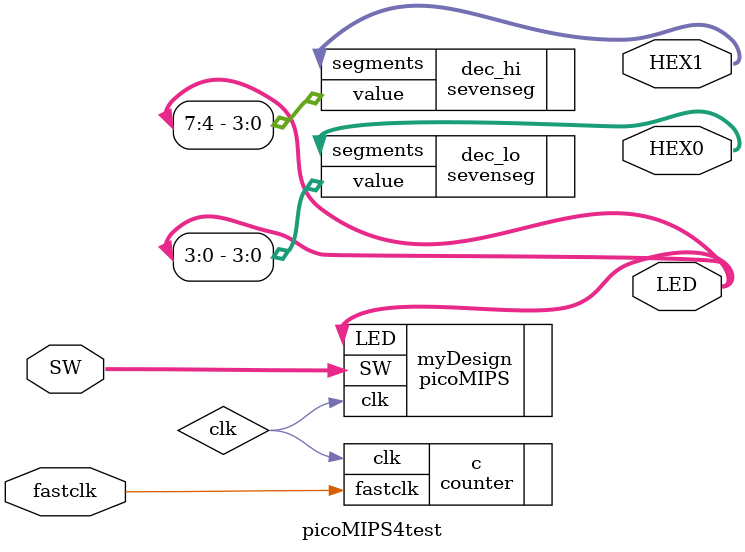
<source format=sv>
module picoMIPS4test(
  input logic fastclk,  // 50MHz Altera DE0 clock
  input logic [9:0]   SW, // Switches SW0..SW9
  output logic [7:0]  LED,
  output logic [6:0]  HEX0,     // 7-segment digit 0
  output logic [6:0]  HEX1      // 7-segment digit 1
  ); // LEDs
  
  logic clk; // slow clock, about 10Hz
  
  counter c (.fastclk(fastclk),.clk(clk)); // slow clk from counter
  
  // to obtain the cost figure, synthesise your design without the counter 
  // and the picoMIPS4test module using Cyclone IV E as target
  // and make a note of the synthesis statistics
  picoMIPS myDesign (.clk(clk), .SW(SW),.LED(LED));
  
  
  
  // decode low nibble → HEX0
  sevenseg dec_lo (
    .value    (LED[3:0]), // bits 3–0
    .segments (HEX0)      // drives a,b,c,d,e,f,g of digit 0
  );

  // decode high nibble → HEX1
  sevenseg dec_hi (
    .value    (LED[7:4]), // bits 7–4
    .segments (HEX1)      // drives a,b,c,d,e,f,g of digit 1
  );
  
  endmodule  
</source>
